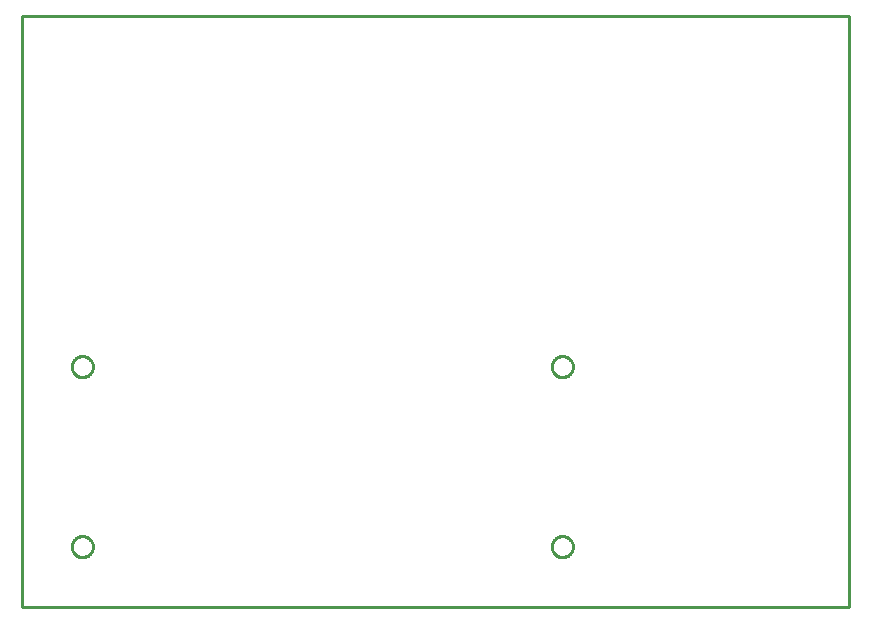
<source format=gbr>
G04 EAGLE Gerber RS-274X export*
G75*
%MOMM*%
%FSLAX34Y34*%
%LPD*%
%IN*%
%IPPOS*%
%AMOC8*
5,1,8,0,0,1.08239X$1,22.5*%
G01*
%ADD10C,0.254000*%


D10*
X0Y0D02*
X700000Y0D01*
X700000Y500000D01*
X0Y500000D01*
X0Y0D01*
X59690Y50412D02*
X59622Y49639D01*
X59488Y48874D01*
X59287Y48124D01*
X59021Y47395D01*
X58693Y46691D01*
X58305Y46019D01*
X57860Y45383D01*
X57361Y44788D01*
X56812Y44239D01*
X56217Y43740D01*
X55581Y43295D01*
X54909Y42907D01*
X54205Y42579D01*
X53476Y42313D01*
X52726Y42112D01*
X51961Y41978D01*
X51188Y41910D01*
X50412Y41910D01*
X49639Y41978D01*
X48874Y42112D01*
X48124Y42313D01*
X47395Y42579D01*
X46691Y42907D01*
X46019Y43295D01*
X45383Y43740D01*
X44788Y44239D01*
X44239Y44788D01*
X43740Y45383D01*
X43295Y46019D01*
X42907Y46691D01*
X42579Y47395D01*
X42313Y48124D01*
X42112Y48874D01*
X41978Y49639D01*
X41910Y50412D01*
X41910Y51188D01*
X41978Y51961D01*
X42112Y52726D01*
X42313Y53476D01*
X42579Y54205D01*
X42907Y54909D01*
X43295Y55581D01*
X43740Y56217D01*
X44239Y56812D01*
X44788Y57361D01*
X45383Y57860D01*
X46019Y58305D01*
X46691Y58693D01*
X47395Y59021D01*
X48124Y59287D01*
X48874Y59488D01*
X49639Y59622D01*
X50412Y59690D01*
X51188Y59690D01*
X51961Y59622D01*
X52726Y59488D01*
X53476Y59287D01*
X54205Y59021D01*
X54909Y58693D01*
X55581Y58305D01*
X56217Y57860D01*
X56812Y57361D01*
X57361Y56812D01*
X57860Y56217D01*
X58305Y55581D01*
X58693Y54909D01*
X59021Y54205D01*
X59287Y53476D01*
X59488Y52726D01*
X59622Y51961D01*
X59690Y51188D01*
X59690Y50412D01*
X59690Y202812D02*
X59622Y202039D01*
X59488Y201274D01*
X59287Y200524D01*
X59021Y199795D01*
X58693Y199091D01*
X58305Y198419D01*
X57860Y197783D01*
X57361Y197188D01*
X56812Y196639D01*
X56217Y196140D01*
X55581Y195695D01*
X54909Y195307D01*
X54205Y194979D01*
X53476Y194713D01*
X52726Y194512D01*
X51961Y194378D01*
X51188Y194310D01*
X50412Y194310D01*
X49639Y194378D01*
X48874Y194512D01*
X48124Y194713D01*
X47395Y194979D01*
X46691Y195307D01*
X46019Y195695D01*
X45383Y196140D01*
X44788Y196639D01*
X44239Y197188D01*
X43740Y197783D01*
X43295Y198419D01*
X42907Y199091D01*
X42579Y199795D01*
X42313Y200524D01*
X42112Y201274D01*
X41978Y202039D01*
X41910Y202812D01*
X41910Y203588D01*
X41978Y204361D01*
X42112Y205126D01*
X42313Y205876D01*
X42579Y206605D01*
X42907Y207309D01*
X43295Y207981D01*
X43740Y208617D01*
X44239Y209212D01*
X44788Y209761D01*
X45383Y210260D01*
X46019Y210705D01*
X46691Y211093D01*
X47395Y211421D01*
X48124Y211687D01*
X48874Y211888D01*
X49639Y212022D01*
X50412Y212090D01*
X51188Y212090D01*
X51961Y212022D01*
X52726Y211888D01*
X53476Y211687D01*
X54205Y211421D01*
X54909Y211093D01*
X55581Y210705D01*
X56217Y210260D01*
X56812Y209761D01*
X57361Y209212D01*
X57860Y208617D01*
X58305Y207981D01*
X58693Y207309D01*
X59021Y206605D01*
X59287Y205876D01*
X59488Y205126D01*
X59622Y204361D01*
X59690Y203588D01*
X59690Y202812D01*
X466090Y202812D02*
X466022Y202039D01*
X465888Y201274D01*
X465687Y200524D01*
X465421Y199795D01*
X465093Y199091D01*
X464705Y198419D01*
X464260Y197783D01*
X463761Y197188D01*
X463212Y196639D01*
X462617Y196140D01*
X461981Y195695D01*
X461309Y195307D01*
X460605Y194979D01*
X459876Y194713D01*
X459126Y194512D01*
X458361Y194378D01*
X457588Y194310D01*
X456812Y194310D01*
X456039Y194378D01*
X455274Y194512D01*
X454524Y194713D01*
X453795Y194979D01*
X453091Y195307D01*
X452419Y195695D01*
X451783Y196140D01*
X451188Y196639D01*
X450639Y197188D01*
X450140Y197783D01*
X449695Y198419D01*
X449307Y199091D01*
X448979Y199795D01*
X448713Y200524D01*
X448512Y201274D01*
X448378Y202039D01*
X448310Y202812D01*
X448310Y203588D01*
X448378Y204361D01*
X448512Y205126D01*
X448713Y205876D01*
X448979Y206605D01*
X449307Y207309D01*
X449695Y207981D01*
X450140Y208617D01*
X450639Y209212D01*
X451188Y209761D01*
X451783Y210260D01*
X452419Y210705D01*
X453091Y211093D01*
X453795Y211421D01*
X454524Y211687D01*
X455274Y211888D01*
X456039Y212022D01*
X456812Y212090D01*
X457588Y212090D01*
X458361Y212022D01*
X459126Y211888D01*
X459876Y211687D01*
X460605Y211421D01*
X461309Y211093D01*
X461981Y210705D01*
X462617Y210260D01*
X463212Y209761D01*
X463761Y209212D01*
X464260Y208617D01*
X464705Y207981D01*
X465093Y207309D01*
X465421Y206605D01*
X465687Y205876D01*
X465888Y205126D01*
X466022Y204361D01*
X466090Y203588D01*
X466090Y202812D01*
X466090Y50412D02*
X466022Y49639D01*
X465888Y48874D01*
X465687Y48124D01*
X465421Y47395D01*
X465093Y46691D01*
X464705Y46019D01*
X464260Y45383D01*
X463761Y44788D01*
X463212Y44239D01*
X462617Y43740D01*
X461981Y43295D01*
X461309Y42907D01*
X460605Y42579D01*
X459876Y42313D01*
X459126Y42112D01*
X458361Y41978D01*
X457588Y41910D01*
X456812Y41910D01*
X456039Y41978D01*
X455274Y42112D01*
X454524Y42313D01*
X453795Y42579D01*
X453091Y42907D01*
X452419Y43295D01*
X451783Y43740D01*
X451188Y44239D01*
X450639Y44788D01*
X450140Y45383D01*
X449695Y46019D01*
X449307Y46691D01*
X448979Y47395D01*
X448713Y48124D01*
X448512Y48874D01*
X448378Y49639D01*
X448310Y50412D01*
X448310Y51188D01*
X448378Y51961D01*
X448512Y52726D01*
X448713Y53476D01*
X448979Y54205D01*
X449307Y54909D01*
X449695Y55581D01*
X450140Y56217D01*
X450639Y56812D01*
X451188Y57361D01*
X451783Y57860D01*
X452419Y58305D01*
X453091Y58693D01*
X453795Y59021D01*
X454524Y59287D01*
X455274Y59488D01*
X456039Y59622D01*
X456812Y59690D01*
X457588Y59690D01*
X458361Y59622D01*
X459126Y59488D01*
X459876Y59287D01*
X460605Y59021D01*
X461309Y58693D01*
X461981Y58305D01*
X462617Y57860D01*
X463212Y57361D01*
X463761Y56812D01*
X464260Y56217D01*
X464705Y55581D01*
X465093Y54909D01*
X465421Y54205D01*
X465687Y53476D01*
X465888Y52726D01*
X466022Y51961D01*
X466090Y51188D01*
X466090Y50412D01*
M02*

</source>
